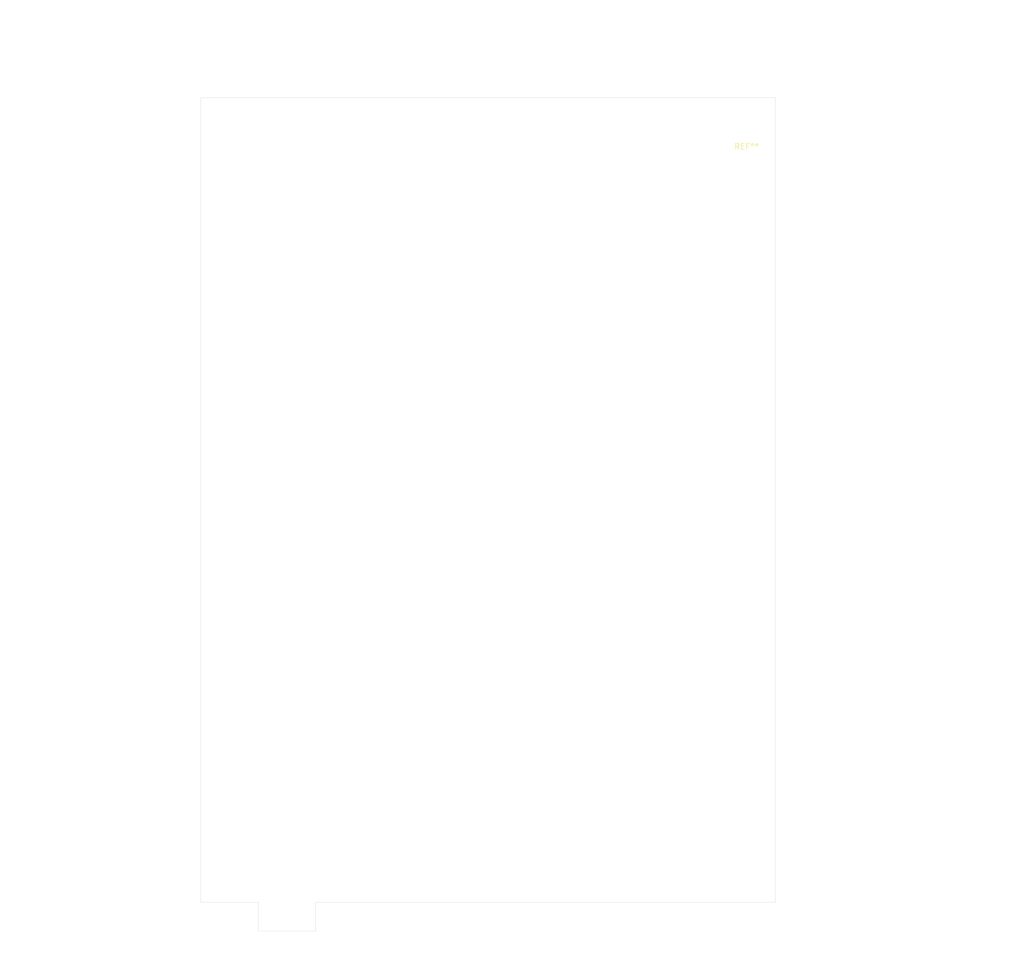
<source format=kicad_pcb>
(kicad_pcb (version 20221018) (generator pcbnew)
  (layers (0 "F.Cu" signal) (31 "B.Cu" signal) (34 "B.Paste" user) (35 "F.Paste" user) (36 "B.SilkS" user "B.Silkscreen") (37 "F.SilkS" user "F.Silkscreen") (38 "B.Mask" user) (39 "F.Mask" user) (44 "Edge.Cuts" user))
  (net 0 "")
  (footprint "MountingHole:MountingHole_3.5mm" (layer "F.Cu") (at 155 43)
    (fp_text reference "REF**" (at 0 -4.5) (layer "F.SilkS"))
    (fp_text value "MountingHole_3.5mm")
    (pad "" np_thru_hole circle (at 0 0) (size 3.5 3.5) (drill 3.5) (layers "*.Cu" "*.Mask"))
  )
  (gr_line (start 60 170) (end 60 30) (stroke (width 0.05)) (layer "Edge.Cuts"))
  (gr_line (start 160 30) (end 160 170) (stroke (width 0.05)) (layer "Edge.Cuts"))
  (gr_line (start 80 170) (end 80 175) (stroke (width 0.05)) (layer "Edge.Cuts"))
  (gr_line (start 160 170) (end 80 170) (stroke (width 0.05)) (layer "Edge.Cuts"))
  (gr_line (start 60 30) (end 160 30) (stroke (width 0.05)) (layer "Edge.Cuts"))
  (gr_line (start 80 175) (end 70 175) (stroke (width 0.05)) (layer "Edge.Cuts"))
  (gr_line (start 70 170) (end 60 170) (stroke (width 0.05)) (layer "Edge.Cuts"))
  (gr_line (start 70 175) (end 70 170) (stroke (width 0.05)) (layer "Edge.Cuts"))
)
</source>
